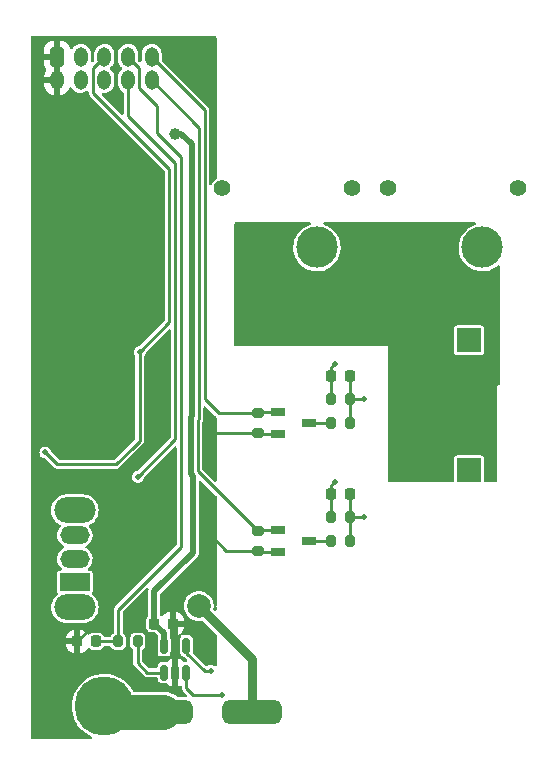
<source format=gbr>
G04 #@! TF.GenerationSoftware,KiCad,Pcbnew,(6.0.5)*
G04 #@! TF.CreationDate,2022-07-13T00:10:43+09:00*
G04 #@! TF.ProjectId,ORION_power_v1,4f52494f-4e5f-4706-9f77-65725f76312e,rev?*
G04 #@! TF.SameCoordinates,Original*
G04 #@! TF.FileFunction,Copper,L1,Top*
G04 #@! TF.FilePolarity,Positive*
%FSLAX46Y46*%
G04 Gerber Fmt 4.6, Leading zero omitted, Abs format (unit mm)*
G04 Created by KiCad (PCBNEW (6.0.5)) date 2022-07-13 00:10:43*
%MOMM*%
%LPD*%
G01*
G04 APERTURE LIST*
G04 Aperture macros list*
%AMRoundRect*
0 Rectangle with rounded corners*
0 $1 Rounding radius*
0 $2 $3 $4 $5 $6 $7 $8 $9 X,Y pos of 4 corners*
0 Add a 4 corners polygon primitive as box body*
4,1,4,$2,$3,$4,$5,$6,$7,$8,$9,$2,$3,0*
0 Add four circle primitives for the rounded corners*
1,1,$1+$1,$2,$3*
1,1,$1+$1,$4,$5*
1,1,$1+$1,$6,$7*
1,1,$1+$1,$8,$9*
0 Add four rect primitives between the rounded corners*
20,1,$1+$1,$2,$3,$4,$5,0*
20,1,$1+$1,$4,$5,$6,$7,0*
20,1,$1+$1,$6,$7,$8,$9,0*
20,1,$1+$1,$8,$9,$2,$3,0*%
G04 Aperture macros list end*
G04 #@! TA.AperFunction,ComponentPad*
%ADD10C,5.000000*%
G04 #@! TD*
G04 #@! TA.AperFunction,ComponentPad*
%ADD11RoundRect,0.250000X-0.350000X-0.575000X0.350000X-0.575000X0.350000X0.575000X-0.350000X0.575000X0*%
G04 #@! TD*
G04 #@! TA.AperFunction,ComponentPad*
%ADD12O,1.200000X1.650000*%
G04 #@! TD*
G04 #@! TA.AperFunction,SMDPad,CuDef*
%ADD13RoundRect,0.150000X0.150000X-0.512500X0.150000X0.512500X-0.150000X0.512500X-0.150000X-0.512500X0*%
G04 #@! TD*
G04 #@! TA.AperFunction,SMDPad,CuDef*
%ADD14RoundRect,0.200000X0.275000X-0.200000X0.275000X0.200000X-0.275000X0.200000X-0.275000X-0.200000X0*%
G04 #@! TD*
G04 #@! TA.AperFunction,ComponentPad*
%ADD15C,1.400000*%
G04 #@! TD*
G04 #@! TA.AperFunction,ComponentPad*
%ADD16R,3.500000X3.500000*%
G04 #@! TD*
G04 #@! TA.AperFunction,ComponentPad*
%ADD17C,3.500000*%
G04 #@! TD*
G04 #@! TA.AperFunction,SMDPad,CuDef*
%ADD18R,1.220000X0.650000*%
G04 #@! TD*
G04 #@! TA.AperFunction,SMDPad,CuDef*
%ADD19RoundRect,0.218750X-0.218750X-0.256250X0.218750X-0.256250X0.218750X0.256250X-0.218750X0.256250X0*%
G04 #@! TD*
G04 #@! TA.AperFunction,SMDPad,CuDef*
%ADD20RoundRect,0.200000X0.200000X0.275000X-0.200000X0.275000X-0.200000X-0.275000X0.200000X-0.275000X0*%
G04 #@! TD*
G04 #@! TA.AperFunction,SMDPad,CuDef*
%ADD21RoundRect,0.225000X0.225000X0.250000X-0.225000X0.250000X-0.225000X-0.250000X0.225000X-0.250000X0*%
G04 #@! TD*
G04 #@! TA.AperFunction,SMDPad,CuDef*
%ADD22RoundRect,0.200000X-0.200000X-0.275000X0.200000X-0.275000X0.200000X0.275000X-0.200000X0.275000X0*%
G04 #@! TD*
G04 #@! TA.AperFunction,SMDPad,CuDef*
%ADD23RoundRect,0.218750X0.218750X0.256250X-0.218750X0.256250X-0.218750X-0.256250X0.218750X-0.256250X0*%
G04 #@! TD*
G04 #@! TA.AperFunction,ComponentPad*
%ADD24R,2.000000X2.000000*%
G04 #@! TD*
G04 #@! TA.AperFunction,ComponentPad*
%ADD25C,2.000000*%
G04 #@! TD*
G04 #@! TA.AperFunction,ComponentPad*
%ADD26O,3.500000X2.200000*%
G04 #@! TD*
G04 #@! TA.AperFunction,ComponentPad*
%ADD27R,2.500000X1.500000*%
G04 #@! TD*
G04 #@! TA.AperFunction,ComponentPad*
%ADD28O,2.500000X1.500000*%
G04 #@! TD*
G04 #@! TA.AperFunction,ComponentPad*
%ADD29RoundRect,0.500000X2.000000X0.500000X-2.000000X0.500000X-2.000000X-0.500000X2.000000X-0.500000X0*%
G04 #@! TD*
G04 #@! TA.AperFunction,ViaPad*
%ADD30C,1.000000*%
G04 #@! TD*
G04 #@! TA.AperFunction,ViaPad*
%ADD31C,0.500000*%
G04 #@! TD*
G04 #@! TA.AperFunction,ViaPad*
%ADD32C,2.000000*%
G04 #@! TD*
G04 #@! TA.AperFunction,Conductor*
%ADD33C,0.250000*%
G04 #@! TD*
G04 #@! TA.AperFunction,Conductor*
%ADD34C,0.500000*%
G04 #@! TD*
G04 #@! TA.AperFunction,Conductor*
%ADD35C,0.800000*%
G04 #@! TD*
G04 #@! TA.AperFunction,Conductor*
%ADD36C,3.000000*%
G04 #@! TD*
G04 APERTURE END LIST*
D10*
X51500000Y-92000000D03*
D11*
X47500000Y-37000000D03*
D12*
X47500000Y-39000000D03*
X49500000Y-37000000D03*
X49500000Y-39000000D03*
X51500000Y-37000000D03*
X51500000Y-39000000D03*
X53500000Y-37000000D03*
X53500000Y-39000000D03*
X55500000Y-37000000D03*
X55500000Y-39000000D03*
D13*
X56550000Y-89137500D03*
X57500000Y-89137500D03*
X58450000Y-89137500D03*
X58450000Y-86862500D03*
X56550000Y-86862500D03*
D14*
X64500000Y-78825000D03*
X64500000Y-77175000D03*
D15*
X72500000Y-48150000D03*
X61500000Y-48150000D03*
D16*
X64500000Y-53150000D03*
D17*
X69500000Y-53150000D03*
D18*
X66190000Y-67050000D03*
X66190000Y-68950000D03*
X68810000Y-68000000D03*
D19*
X70712500Y-74000000D03*
X72287500Y-74000000D03*
D18*
X66190000Y-77050000D03*
X66190000Y-78950000D03*
X68810000Y-78000000D03*
D20*
X72325000Y-76000000D03*
X70675000Y-76000000D03*
D14*
X64500000Y-68825000D03*
X64500000Y-67175000D03*
D20*
X72325000Y-66000000D03*
X70675000Y-66000000D03*
D21*
X57275000Y-85000000D03*
X55725000Y-85000000D03*
D22*
X70675000Y-78000000D03*
X72325000Y-78000000D03*
D10*
X68000000Y-59000000D03*
D23*
X50787500Y-86500000D03*
X49212500Y-86500000D03*
D22*
X70675000Y-68000000D03*
X72325000Y-68000000D03*
D20*
X54325000Y-86500000D03*
X52675000Y-86500000D03*
D24*
X82367677Y-72000000D03*
D25*
X77367677Y-72000000D03*
D15*
X75500000Y-48150000D03*
X86500000Y-48150000D03*
D16*
X78500000Y-53150000D03*
D17*
X83500000Y-53150000D03*
D24*
X82367677Y-61000000D03*
D25*
X77367677Y-61000000D03*
D26*
X49000000Y-83600000D03*
X49000000Y-75400000D03*
D27*
X49000000Y-81500000D03*
D28*
X49000000Y-79500000D03*
X49000000Y-77500000D03*
D19*
X70712500Y-64000000D03*
X72287500Y-64000000D03*
D29*
X64000000Y-92500000D03*
X56500000Y-92500000D03*
D30*
X57500000Y-43500000D03*
D31*
X46000000Y-47500000D03*
X57000000Y-83000000D03*
X46000000Y-45500000D03*
X46000000Y-46500000D03*
X55000000Y-49500000D03*
X46000000Y-49500000D03*
X55000000Y-47500000D03*
X46000000Y-50500000D03*
X46000000Y-64500000D03*
X49500000Y-62500000D03*
X48500000Y-61500000D03*
X50000000Y-57500000D03*
X49500000Y-61500000D03*
X55000000Y-48500000D03*
X46000000Y-48500000D03*
X53500000Y-68500000D03*
X48500000Y-62500000D03*
X50500000Y-61500000D03*
X52000000Y-84500000D03*
X49500000Y-60500000D03*
X55000000Y-50500000D03*
X46000000Y-51500000D03*
X46000000Y-52500000D03*
X50500000Y-56275000D03*
X50500000Y-62500000D03*
X55000000Y-52000000D03*
X46000000Y-53500000D03*
X47500000Y-61500000D03*
X47500000Y-62500000D03*
X55000000Y-46500000D03*
X47500000Y-60500000D03*
X46000000Y-63500000D03*
X53500000Y-66500000D03*
X50500000Y-60500000D03*
X60000000Y-77000000D03*
X46000000Y-68500000D03*
X46000000Y-69500000D03*
X48500000Y-60500000D03*
X55000000Y-45500000D03*
X60000000Y-68000000D03*
X53500000Y-67500000D03*
X54325000Y-72575000D03*
X73500000Y-76000000D03*
D32*
X59500000Y-83500000D03*
D31*
X61500000Y-91000000D03*
X71000000Y-73000000D03*
X71000000Y-63000000D03*
X60500000Y-89000000D03*
X73500000Y-66000000D03*
X54500000Y-62000000D03*
X46500000Y-70500000D03*
D33*
X52675000Y-83825000D02*
X58000000Y-78500000D01*
X52675000Y-86500000D02*
X52675000Y-83825000D01*
D34*
X57500000Y-43500000D02*
X58000000Y-43500000D01*
X59000000Y-72487494D02*
X59000000Y-79000000D01*
X58925480Y-44425480D02*
X58925480Y-67449545D01*
X56550000Y-86862500D02*
X56550000Y-85825000D01*
X55725000Y-82275000D02*
X55725000Y-85000000D01*
X58850969Y-72338463D02*
X59000000Y-72487494D01*
X59000000Y-79000000D02*
X55725000Y-82275000D01*
X58000000Y-43500000D02*
X58925480Y-44425480D01*
X56550000Y-85825000D02*
X55725000Y-85000000D01*
X58925480Y-67449545D02*
X58850969Y-67524056D01*
X58850969Y-67524056D02*
X58850969Y-72338463D01*
D33*
X57275000Y-85000000D02*
X57275000Y-83275000D01*
X64625000Y-68950000D02*
X64500000Y-68825000D01*
D34*
X57500000Y-85225000D02*
X57275000Y-85000000D01*
D33*
X64500000Y-78825000D02*
X61825000Y-78825000D01*
D34*
X57500000Y-89137500D02*
X57500000Y-85225000D01*
D33*
X64625000Y-78950000D02*
X64500000Y-78825000D01*
X66190000Y-68950000D02*
X64625000Y-68950000D01*
X61825000Y-78825000D02*
X60000000Y-77000000D01*
X60825000Y-68825000D02*
X64500000Y-68825000D01*
X66190000Y-78950000D02*
X64625000Y-78950000D01*
X57275000Y-83275000D02*
X57000000Y-83000000D01*
X49212500Y-86500000D02*
X51212500Y-84500000D01*
X60000000Y-68000000D02*
X60825000Y-68825000D01*
X51212500Y-84500000D02*
X52000000Y-84500000D01*
X53500000Y-42000000D02*
X57500000Y-46000000D01*
X57500000Y-69400000D02*
X54325000Y-72575000D01*
X53500000Y-39000000D02*
X53500000Y-42000000D01*
X57500000Y-46000000D02*
X57500000Y-69400000D01*
X60000000Y-66000000D02*
X61175000Y-67175000D01*
X61175000Y-67175000D02*
X64500000Y-67175000D01*
X66190000Y-67050000D02*
X64625000Y-67050000D01*
X60000000Y-41500000D02*
X60000000Y-66000000D01*
X64625000Y-67050000D02*
X64500000Y-67175000D01*
X55500000Y-37000000D02*
X60000000Y-41500000D01*
X59500000Y-43000000D02*
X59500000Y-67687518D01*
X64625000Y-77050000D02*
X64500000Y-77175000D01*
X66190000Y-77050000D02*
X64625000Y-77050000D01*
X59500000Y-67687518D02*
X59425489Y-67762029D01*
X59425489Y-72100489D02*
X64500000Y-77175000D01*
X59425489Y-67762029D02*
X59425489Y-72100489D01*
X55500000Y-39000000D02*
X59500000Y-43000000D01*
X72287500Y-75962500D02*
X72325000Y-76000000D01*
X72287500Y-74000000D02*
X72287500Y-75962500D01*
X72325000Y-78000000D02*
X72325000Y-76000000D01*
X73500000Y-76000000D02*
X72325000Y-76000000D01*
X55137500Y-89137500D02*
X56550000Y-89137500D01*
X54325000Y-86500000D02*
X54325000Y-88325000D01*
X54325000Y-88325000D02*
X55137500Y-89137500D01*
D35*
X59500000Y-83500000D02*
X64000000Y-88000000D01*
D33*
X58450000Y-89137500D02*
X58450000Y-90450000D01*
D35*
X64000000Y-88000000D02*
X64000000Y-92500000D01*
D33*
X58450000Y-90450000D02*
X59000000Y-91000000D01*
X59000000Y-91000000D02*
X61500000Y-91000000D01*
X60000000Y-89000000D02*
X60500000Y-89000000D01*
X70712500Y-73287500D02*
X71000000Y-73000000D01*
X70712500Y-64000000D02*
X70712500Y-63287500D01*
X70712500Y-64000000D02*
X70712500Y-65962500D01*
X70712500Y-74000000D02*
X70712500Y-75962500D01*
X58450000Y-87450000D02*
X60000000Y-89000000D01*
X70712500Y-63287500D02*
X71000000Y-63000000D01*
X70712500Y-75962500D02*
X70675000Y-76000000D01*
X70712500Y-65962500D02*
X70675000Y-66000000D01*
X58450000Y-86862500D02*
X58450000Y-87450000D01*
X70712500Y-74000000D02*
X70712500Y-73287500D01*
X72325000Y-68000000D02*
X72325000Y-66000000D01*
X73500000Y-66000000D02*
X72325000Y-66000000D01*
X72287500Y-65962500D02*
X72325000Y-66000000D01*
X72287500Y-64000000D02*
X72287500Y-65962500D01*
X55925489Y-41175489D02*
X54424520Y-39674520D01*
X55925489Y-43425489D02*
X55925489Y-41175489D01*
X58000000Y-78500000D02*
X58000000Y-45500000D01*
X50787500Y-86500000D02*
X52675000Y-86500000D01*
X54424520Y-37924520D02*
X53500000Y-37000000D01*
X58000000Y-45500000D02*
X55925489Y-43425489D01*
X54424520Y-39674520D02*
X54424520Y-37924520D01*
X51500000Y-37000000D02*
X50575480Y-37924520D01*
X54000000Y-70000000D02*
X54500000Y-69500000D01*
X50500000Y-71500000D02*
X52500000Y-71500000D01*
X54500000Y-69500000D02*
X54500000Y-62000000D01*
X47500000Y-71500000D02*
X50500000Y-71500000D01*
X52500000Y-71500000D02*
X54000000Y-70000000D01*
X50575480Y-37924520D02*
X50575480Y-40075480D01*
X57000000Y-59500000D02*
X54500000Y-62000000D01*
X50575480Y-40075480D02*
X57000000Y-46500000D01*
X46500000Y-70500000D02*
X47500000Y-71500000D01*
X57000000Y-46500000D02*
X57000000Y-59500000D01*
X68810000Y-68000000D02*
X70675000Y-68000000D01*
X68810000Y-78000000D02*
X70675000Y-78000000D01*
D36*
X52000000Y-92500000D02*
X51500000Y-92000000D01*
X56500000Y-92500000D02*
X52000000Y-92500000D01*
G04 #@! TA.AperFunction,Conductor*
G36*
X60942121Y-35270502D02*
G01*
X60988614Y-35324158D01*
X61000000Y-35376500D01*
X61000000Y-47271964D01*
X60979998Y-47340085D01*
X60952953Y-47370160D01*
X60831752Y-47467608D01*
X60711935Y-47610401D01*
X60708971Y-47615793D01*
X60708968Y-47615797D01*
X60705857Y-47621456D01*
X60622135Y-47773746D01*
X60620273Y-47779615D01*
X60617844Y-47785283D01*
X60615609Y-47784325D01*
X60581935Y-47834313D01*
X60516732Y-47862403D01*
X60446692Y-47850782D01*
X60394054Y-47803141D01*
X60375500Y-47737327D01*
X60375500Y-41553496D01*
X60377979Y-41530199D01*
X60378077Y-41528114D01*
X60380269Y-41517934D01*
X60376373Y-41485016D01*
X60376029Y-41479179D01*
X60375928Y-41479187D01*
X60375500Y-41474008D01*
X60375500Y-41468807D01*
X60372372Y-41450013D01*
X60371535Y-41444137D01*
X60366800Y-41404133D01*
X60365576Y-41393790D01*
X60361654Y-41385623D01*
X60360167Y-41376687D01*
X60355223Y-41367525D01*
X60355222Y-41367521D01*
X60336094Y-41332071D01*
X60333398Y-41326780D01*
X60314897Y-41288251D01*
X60314896Y-41288250D01*
X60311463Y-41281100D01*
X60307906Y-41276869D01*
X60305974Y-41274937D01*
X60304255Y-41273063D01*
X60304181Y-41272926D01*
X60304291Y-41272826D01*
X60303868Y-41272346D01*
X60300806Y-41266671D01*
X60261632Y-41230459D01*
X60258067Y-41227030D01*
X56387405Y-37356368D01*
X56353379Y-37294056D01*
X56350500Y-37267273D01*
X56350500Y-36728836D01*
X56335558Y-36591291D01*
X56276617Y-36416152D01*
X56181443Y-36257756D01*
X56176751Y-36252794D01*
X56059165Y-36128451D01*
X56059163Y-36128449D01*
X56054476Y-36123493D01*
X55901640Y-36019625D01*
X55895306Y-36017092D01*
X55895303Y-36017090D01*
X55736402Y-35953534D01*
X55736397Y-35953533D01*
X55730065Y-35951000D01*
X55638311Y-35935810D01*
X55554494Y-35921934D01*
X55554490Y-35921934D01*
X55547756Y-35920819D01*
X55540939Y-35921176D01*
X55540935Y-35921176D01*
X55385889Y-35929302D01*
X55363219Y-35930490D01*
X55356646Y-35932301D01*
X55356643Y-35932301D01*
X55279558Y-35953534D01*
X55185064Y-35979562D01*
X55021602Y-36065746D01*
X54880460Y-36185020D01*
X54876313Y-36190444D01*
X54876312Y-36190445D01*
X54772367Y-36326399D01*
X54772364Y-36326403D01*
X54768223Y-36331820D01*
X54765341Y-36338000D01*
X54765340Y-36338002D01*
X54749749Y-36371438D01*
X54690127Y-36499297D01*
X54688642Y-36505942D01*
X54688640Y-36505947D01*
X54657365Y-36645871D01*
X54649817Y-36679637D01*
X54649500Y-36685307D01*
X54649500Y-37271164D01*
X54649869Y-37274558D01*
X54649869Y-37274563D01*
X54653185Y-37305088D01*
X54640657Y-37374970D01*
X54592336Y-37426986D01*
X54523564Y-37444620D01*
X54456176Y-37422273D01*
X54438827Y-37407790D01*
X54387405Y-37356368D01*
X54353379Y-37294056D01*
X54350500Y-37267273D01*
X54350500Y-36728836D01*
X54335558Y-36591291D01*
X54276617Y-36416152D01*
X54181443Y-36257756D01*
X54176751Y-36252794D01*
X54059165Y-36128451D01*
X54059163Y-36128449D01*
X54054476Y-36123493D01*
X53901640Y-36019625D01*
X53895306Y-36017092D01*
X53895303Y-36017090D01*
X53736402Y-35953534D01*
X53736397Y-35953533D01*
X53730065Y-35951000D01*
X53638311Y-35935810D01*
X53554494Y-35921934D01*
X53554490Y-35921934D01*
X53547756Y-35920819D01*
X53540939Y-35921176D01*
X53540935Y-35921176D01*
X53385889Y-35929302D01*
X53363219Y-35930490D01*
X53356646Y-35932301D01*
X53356643Y-35932301D01*
X53279558Y-35953534D01*
X53185064Y-35979562D01*
X53021602Y-36065746D01*
X52880460Y-36185020D01*
X52876313Y-36190444D01*
X52876312Y-36190445D01*
X52772367Y-36326399D01*
X52772364Y-36326403D01*
X52768223Y-36331820D01*
X52765341Y-36338000D01*
X52765340Y-36338002D01*
X52749749Y-36371438D01*
X52690127Y-36499297D01*
X52688642Y-36505942D01*
X52688640Y-36505947D01*
X52657365Y-36645871D01*
X52649817Y-36679637D01*
X52649500Y-36685307D01*
X52649500Y-37271164D01*
X52664442Y-37408709D01*
X52723383Y-37583848D01*
X52818557Y-37742244D01*
X52823248Y-37747204D01*
X52823249Y-37747206D01*
X52938883Y-37869484D01*
X52945524Y-37876507D01*
X52951165Y-37880341D01*
X52951169Y-37880344D01*
X52974516Y-37896211D01*
X53019614Y-37951045D01*
X53027907Y-38021555D01*
X52996763Y-38085356D01*
X52985020Y-38096660D01*
X52941826Y-38133162D01*
X52880460Y-38185020D01*
X52876313Y-38190444D01*
X52876312Y-38190445D01*
X52772367Y-38326399D01*
X52772364Y-38326403D01*
X52768223Y-38331820D01*
X52765341Y-38338000D01*
X52765340Y-38338002D01*
X52724015Y-38426625D01*
X52690127Y-38499297D01*
X52688642Y-38505942D01*
X52688640Y-38505947D01*
X52662023Y-38625030D01*
X52649817Y-38679637D01*
X52649500Y-38685307D01*
X52649500Y-39271164D01*
X52664442Y-39408709D01*
X52723383Y-39583848D01*
X52818557Y-39742244D01*
X52823248Y-39747204D01*
X52823249Y-39747206D01*
X52912553Y-39841641D01*
X52945524Y-39876507D01*
X53068686Y-39960208D01*
X53069323Y-39960641D01*
X53114421Y-40015474D01*
X53124500Y-40064853D01*
X53124500Y-41789273D01*
X53104498Y-41857394D01*
X53050842Y-41903887D01*
X52980568Y-41913991D01*
X52915988Y-41884497D01*
X52909405Y-41878368D01*
X51319862Y-40288825D01*
X51285836Y-40226513D01*
X51290901Y-40155698D01*
X51333448Y-40098862D01*
X51399968Y-40074051D01*
X51429535Y-40075422D01*
X51440497Y-40077236D01*
X51452244Y-40079181D01*
X51459061Y-40078824D01*
X51459065Y-40078824D01*
X51614111Y-40070698D01*
X51636781Y-40069510D01*
X51643354Y-40067699D01*
X51643357Y-40067699D01*
X51808354Y-40022251D01*
X51814936Y-40020438D01*
X51978398Y-39934254D01*
X52119540Y-39814980D01*
X52123688Y-39809555D01*
X52227633Y-39673601D01*
X52227636Y-39673597D01*
X52231777Y-39668180D01*
X52248369Y-39632599D01*
X52306993Y-39506880D01*
X52306994Y-39506877D01*
X52309873Y-39500703D01*
X52311358Y-39494058D01*
X52311360Y-39494053D01*
X52349057Y-39325400D01*
X52350183Y-39320363D01*
X52350500Y-39314693D01*
X52350500Y-38728836D01*
X52335558Y-38591291D01*
X52276617Y-38416152D01*
X52181443Y-38257756D01*
X52176751Y-38252794D01*
X52059165Y-38128451D01*
X52059163Y-38128449D01*
X52054476Y-38123493D01*
X52048835Y-38119659D01*
X52048831Y-38119656D01*
X52025484Y-38103789D01*
X51980386Y-38048955D01*
X51972093Y-37978445D01*
X52003237Y-37914644D01*
X52014980Y-37903340D01*
X52114326Y-37819386D01*
X52119540Y-37814980D01*
X52124538Y-37808443D01*
X52227633Y-37673601D01*
X52227636Y-37673597D01*
X52231777Y-37668180D01*
X52309873Y-37500703D01*
X52311358Y-37494058D01*
X52311360Y-37494053D01*
X52349057Y-37325400D01*
X52350183Y-37320363D01*
X52350500Y-37314693D01*
X52350500Y-36728836D01*
X52335558Y-36591291D01*
X52276617Y-36416152D01*
X52181443Y-36257756D01*
X52176751Y-36252794D01*
X52059165Y-36128451D01*
X52059163Y-36128449D01*
X52054476Y-36123493D01*
X51901640Y-36019625D01*
X51895306Y-36017092D01*
X51895303Y-36017090D01*
X51736402Y-35953534D01*
X51736397Y-35953533D01*
X51730065Y-35951000D01*
X51638311Y-35935810D01*
X51554494Y-35921934D01*
X51554490Y-35921934D01*
X51547756Y-35920819D01*
X51540939Y-35921176D01*
X51540935Y-35921176D01*
X51385889Y-35929302D01*
X51363219Y-35930490D01*
X51356646Y-35932301D01*
X51356643Y-35932301D01*
X51279558Y-35953534D01*
X51185064Y-35979562D01*
X51021602Y-36065746D01*
X50880460Y-36185020D01*
X50876313Y-36190444D01*
X50876312Y-36190445D01*
X50772367Y-36326399D01*
X50772364Y-36326403D01*
X50768223Y-36331820D01*
X50765341Y-36338000D01*
X50765340Y-36338002D01*
X50749749Y-36371438D01*
X50690127Y-36499297D01*
X50688642Y-36505942D01*
X50688640Y-36505947D01*
X50657365Y-36645871D01*
X50649817Y-36679637D01*
X50649500Y-36685307D01*
X50649500Y-37267273D01*
X50629498Y-37335394D01*
X50612595Y-37356368D01*
X50565595Y-37403368D01*
X50503283Y-37437394D01*
X50432468Y-37432329D01*
X50375632Y-37389782D01*
X50350821Y-37323262D01*
X50350500Y-37314273D01*
X50350500Y-36728836D01*
X50335558Y-36591291D01*
X50276617Y-36416152D01*
X50181443Y-36257756D01*
X50176751Y-36252794D01*
X50059165Y-36128451D01*
X50059163Y-36128449D01*
X50054476Y-36123493D01*
X49901640Y-36019625D01*
X49895306Y-36017092D01*
X49895303Y-36017090D01*
X49736402Y-35953534D01*
X49736397Y-35953533D01*
X49730065Y-35951000D01*
X49638311Y-35935810D01*
X49554494Y-35921934D01*
X49554490Y-35921934D01*
X49547756Y-35920819D01*
X49540939Y-35921176D01*
X49540935Y-35921176D01*
X49385889Y-35929302D01*
X49363219Y-35930490D01*
X49356646Y-35932301D01*
X49356643Y-35932301D01*
X49279558Y-35953534D01*
X49185064Y-35979562D01*
X49021602Y-36065746D01*
X48880460Y-36185020D01*
X48876313Y-36190444D01*
X48876312Y-36190445D01*
X48808032Y-36279752D01*
X48750767Y-36321720D01*
X48679904Y-36326065D01*
X48617940Y-36291409D01*
X48588412Y-36243099D01*
X48543412Y-36108216D01*
X48537239Y-36095038D01*
X48451937Y-35957193D01*
X48442901Y-35945792D01*
X48328171Y-35831261D01*
X48316760Y-35822249D01*
X48178757Y-35737184D01*
X48165576Y-35731037D01*
X48011290Y-35679862D01*
X47997914Y-35676995D01*
X47903562Y-35667328D01*
X47897145Y-35667000D01*
X47772115Y-35667000D01*
X47756876Y-35671475D01*
X47755671Y-35672865D01*
X47754000Y-35680548D01*
X47754000Y-40285402D01*
X47757973Y-40298933D01*
X47767399Y-40300288D01*
X47856537Y-40278806D01*
X47867832Y-40274917D01*
X48049382Y-40192371D01*
X48059724Y-40186424D01*
X48222397Y-40071032D01*
X48231425Y-40063239D01*
X48369342Y-39919169D01*
X48376738Y-39909804D01*
X48484921Y-39742259D01*
X48490415Y-39731658D01*
X48525029Y-39645772D01*
X48569045Y-39590066D01*
X48636190Y-39567000D01*
X48705146Y-39583897D01*
X48749898Y-39627976D01*
X48818557Y-39742244D01*
X48823248Y-39747204D01*
X48823249Y-39747206D01*
X48912553Y-39841641D01*
X48945524Y-39876507D01*
X49098360Y-39980375D01*
X49104694Y-39982908D01*
X49104697Y-39982910D01*
X49263598Y-40046466D01*
X49263603Y-40046467D01*
X49269935Y-40049000D01*
X49355946Y-40063239D01*
X49445506Y-40078066D01*
X49445510Y-40078066D01*
X49452244Y-40079181D01*
X49459061Y-40078824D01*
X49459065Y-40078824D01*
X49614111Y-40070698D01*
X49636781Y-40069510D01*
X49643354Y-40067699D01*
X49643357Y-40067699D01*
X49808354Y-40022251D01*
X49814936Y-40020438D01*
X49978398Y-39934254D01*
X49983611Y-39929849D01*
X49983615Y-39929846D01*
X49992651Y-39922209D01*
X50057591Y-39893516D01*
X50127735Y-39904488D01*
X50180812Y-39951640D01*
X50199980Y-40018446D01*
X50199980Y-40021984D01*
X50197501Y-40045281D01*
X50197403Y-40047366D01*
X50195211Y-40057546D01*
X50197772Y-40079181D01*
X50199107Y-40090464D01*
X50199451Y-40096301D01*
X50199552Y-40096293D01*
X50199980Y-40101472D01*
X50199980Y-40106673D01*
X50200834Y-40111801D01*
X50200834Y-40111807D01*
X50203108Y-40125467D01*
X50203945Y-40131343D01*
X50209904Y-40181690D01*
X50213826Y-40189857D01*
X50215313Y-40198793D01*
X50220257Y-40207955D01*
X50220258Y-40207959D01*
X50239386Y-40243409D01*
X50242082Y-40248700D01*
X50258491Y-40282872D01*
X50264017Y-40294380D01*
X50267574Y-40298611D01*
X50269506Y-40300543D01*
X50271225Y-40302417D01*
X50271299Y-40302554D01*
X50271189Y-40302654D01*
X50271612Y-40303134D01*
X50274674Y-40308809D01*
X50282321Y-40315878D01*
X50282322Y-40315879D01*
X50313847Y-40345020D01*
X50317413Y-40348450D01*
X56587595Y-46618632D01*
X56621621Y-46680944D01*
X56624500Y-46707727D01*
X56624500Y-59292273D01*
X56604498Y-59360394D01*
X56587595Y-59381368D01*
X54504548Y-61464415D01*
X54442236Y-61498441D01*
X54438650Y-61499075D01*
X54431376Y-61499031D01*
X54293529Y-61538428D01*
X54172280Y-61614930D01*
X54077377Y-61722388D01*
X54016447Y-61852163D01*
X53994391Y-61993823D01*
X54012980Y-62135979D01*
X54070720Y-62267203D01*
X54094952Y-62296031D01*
X54123472Y-62361044D01*
X54124500Y-62377104D01*
X54124500Y-69292273D01*
X54104498Y-69360394D01*
X54087595Y-69381368D01*
X52381368Y-71087595D01*
X52319056Y-71121621D01*
X52292273Y-71124500D01*
X47707727Y-71124500D01*
X47639606Y-71104498D01*
X47618632Y-71087595D01*
X47031084Y-70500047D01*
X46997058Y-70437735D01*
X46995457Y-70428847D01*
X46985323Y-70358082D01*
X46925984Y-70227572D01*
X46907598Y-70206234D01*
X46838260Y-70125763D01*
X46838257Y-70125760D01*
X46832400Y-70118963D01*
X46712095Y-70040985D01*
X46574739Y-69999907D01*
X46565763Y-69999852D01*
X46565762Y-69999852D01*
X46505555Y-69999484D01*
X46431376Y-69999031D01*
X46293529Y-70038428D01*
X46172280Y-70114930D01*
X46077377Y-70222388D01*
X46016447Y-70352163D01*
X45994391Y-70493823D01*
X46012980Y-70635979D01*
X46070720Y-70767203D01*
X46162970Y-70876948D01*
X46282313Y-70956390D01*
X46419157Y-70999142D01*
X46428132Y-70999307D01*
X46435853Y-71000557D01*
X46504804Y-71035841D01*
X47196657Y-71727695D01*
X47211364Y-71745906D01*
X47212779Y-71747461D01*
X47218428Y-71756210D01*
X47226608Y-71762658D01*
X47226610Y-71762661D01*
X47244461Y-71776734D01*
X47248835Y-71780621D01*
X47248901Y-71780543D01*
X47252860Y-71783898D01*
X47256538Y-71787576D01*
X47260762Y-71790595D01*
X47260771Y-71790602D01*
X47272074Y-71798679D01*
X47276820Y-71802243D01*
X47284004Y-71807906D01*
X47316600Y-71833603D01*
X47325148Y-71836605D01*
X47332519Y-71841872D01*
X47342492Y-71844855D01*
X47342495Y-71844856D01*
X47381083Y-71856396D01*
X47386730Y-71858231D01*
X47427064Y-71872395D01*
X47427065Y-71872395D01*
X47434548Y-71875023D01*
X47440055Y-71875500D01*
X47442762Y-71875500D01*
X47445332Y-71875611D01*
X47445494Y-71875659D01*
X47445488Y-71875804D01*
X47446108Y-71875843D01*
X47452287Y-71877691D01*
X47505581Y-71875597D01*
X47510527Y-71875500D01*
X52446504Y-71875500D01*
X52469801Y-71877979D01*
X52471886Y-71878077D01*
X52482066Y-71880269D01*
X52514984Y-71876373D01*
X52520821Y-71876029D01*
X52520813Y-71875928D01*
X52525992Y-71875500D01*
X52531193Y-71875500D01*
X52536321Y-71874646D01*
X52536327Y-71874646D01*
X52549987Y-71872372D01*
X52555863Y-71871535D01*
X52560952Y-71870933D01*
X52606210Y-71865576D01*
X52614377Y-71861654D01*
X52623313Y-71860167D01*
X52632475Y-71855223D01*
X52632479Y-71855222D01*
X52667929Y-71836094D01*
X52673220Y-71833398D01*
X52711749Y-71814897D01*
X52711750Y-71814896D01*
X52718900Y-71811463D01*
X52723131Y-71807906D01*
X52725063Y-71805974D01*
X52726937Y-71804255D01*
X52727074Y-71804181D01*
X52727174Y-71804291D01*
X52727654Y-71803868D01*
X52733329Y-71800806D01*
X52742762Y-71790602D01*
X52769540Y-71761633D01*
X52772970Y-71758067D01*
X54727688Y-69803349D01*
X54745916Y-69788627D01*
X54747462Y-69787220D01*
X54756210Y-69781572D01*
X54762658Y-69773392D01*
X54762661Y-69773390D01*
X54776734Y-69755539D01*
X54780621Y-69751165D01*
X54780543Y-69751099D01*
X54783898Y-69747140D01*
X54787576Y-69743462D01*
X54790595Y-69739238D01*
X54790602Y-69739229D01*
X54798679Y-69727926D01*
X54802243Y-69723180D01*
X54827154Y-69691580D01*
X54833603Y-69683400D01*
X54836605Y-69674852D01*
X54841872Y-69667481D01*
X54856396Y-69618917D01*
X54858231Y-69613270D01*
X54872395Y-69572936D01*
X54872395Y-69572935D01*
X54875023Y-69565452D01*
X54875500Y-69559945D01*
X54875500Y-69557238D01*
X54875611Y-69554668D01*
X54875659Y-69554506D01*
X54875804Y-69554512D01*
X54875843Y-69553892D01*
X54877691Y-69547713D01*
X54875597Y-69494419D01*
X54875500Y-69489473D01*
X54875500Y-62379589D01*
X54895502Y-62311468D01*
X54908084Y-62295035D01*
X54909323Y-62293666D01*
X54919200Y-62282754D01*
X54926735Y-62267203D01*
X54977795Y-62161814D01*
X54977795Y-62161813D01*
X54981710Y-62153733D01*
X54996148Y-62067919D01*
X55031307Y-61999730D01*
X56909405Y-60121632D01*
X56971717Y-60087606D01*
X57042532Y-60092671D01*
X57099368Y-60135218D01*
X57124179Y-60201738D01*
X57124500Y-60210727D01*
X57124500Y-69192273D01*
X57104498Y-69260394D01*
X57087595Y-69281368D01*
X54329548Y-72039415D01*
X54267236Y-72073441D01*
X54263650Y-72074075D01*
X54256376Y-72074031D01*
X54118529Y-72113428D01*
X53997280Y-72189930D01*
X53902377Y-72297388D01*
X53841447Y-72427163D01*
X53819391Y-72568823D01*
X53820555Y-72577725D01*
X53820555Y-72577728D01*
X53823887Y-72603208D01*
X53837980Y-72710979D01*
X53895720Y-72842203D01*
X53901497Y-72849076D01*
X53901498Y-72849077D01*
X53908792Y-72857754D01*
X53987970Y-72951948D01*
X54107313Y-73031390D01*
X54244157Y-73074142D01*
X54253129Y-73074306D01*
X54253132Y-73074307D01*
X54318463Y-73075504D01*
X54387499Y-73076770D01*
X54396533Y-73074307D01*
X54517158Y-73041421D01*
X54517160Y-73041420D01*
X54525817Y-73039060D01*
X54647991Y-72964045D01*
X54667397Y-72942606D01*
X54738178Y-72864407D01*
X54744200Y-72857754D01*
X54806710Y-72728733D01*
X54821148Y-72642919D01*
X54856307Y-72574730D01*
X57409405Y-70021632D01*
X57471717Y-69987606D01*
X57542532Y-69992671D01*
X57599368Y-70035218D01*
X57624179Y-70101738D01*
X57624500Y-70110727D01*
X57624500Y-78292273D01*
X57604498Y-78360394D01*
X57587595Y-78381368D01*
X52447311Y-83521652D01*
X52429080Y-83536377D01*
X52427540Y-83537778D01*
X52418790Y-83543428D01*
X52412343Y-83551606D01*
X52398264Y-83569465D01*
X52394383Y-83573832D01*
X52394461Y-83573898D01*
X52391107Y-83577856D01*
X52387425Y-83581538D01*
X52376339Y-83597052D01*
X52372788Y-83601781D01*
X52341397Y-83641600D01*
X52338395Y-83650149D01*
X52333128Y-83657519D01*
X52330144Y-83667498D01*
X52318608Y-83706070D01*
X52316774Y-83711714D01*
X52302604Y-83752065D01*
X52302603Y-83752071D01*
X52299977Y-83759548D01*
X52299500Y-83765055D01*
X52299500Y-83767762D01*
X52299389Y-83770335D01*
X52299341Y-83770494D01*
X52299197Y-83770488D01*
X52299158Y-83771108D01*
X52297310Y-83777287D01*
X52297719Y-83787692D01*
X52299403Y-83830555D01*
X52299500Y-83835502D01*
X52299500Y-85730954D01*
X52279498Y-85799075D01*
X52248359Y-85832305D01*
X52160424Y-85897255D01*
X52160421Y-85897258D01*
X52152850Y-85902850D01*
X52147258Y-85910421D01*
X52077959Y-86004243D01*
X52077958Y-86004246D01*
X52072366Y-86011816D01*
X52069247Y-86020699D01*
X52069245Y-86020702D01*
X52062382Y-86040246D01*
X52020940Y-86097892D01*
X51954911Y-86123982D01*
X51943499Y-86124500D01*
X51550053Y-86124500D01*
X51481932Y-86104498D01*
X51435439Y-86050842D01*
X51432072Y-86042731D01*
X51425235Y-86024495D01*
X51425234Y-86024493D01*
X51422083Y-86016088D01*
X51341472Y-85908528D01*
X51307749Y-85883254D01*
X51241095Y-85833300D01*
X51241093Y-85833299D01*
X51233912Y-85827917D01*
X51183011Y-85808835D01*
X51115446Y-85783506D01*
X51115444Y-85783506D01*
X51108051Y-85780734D01*
X51100203Y-85779881D01*
X51100201Y-85779881D01*
X51054062Y-85774869D01*
X51050665Y-85774500D01*
X50787616Y-85774500D01*
X50524336Y-85774501D01*
X50466949Y-85780734D01*
X50341088Y-85827917D01*
X50333907Y-85833299D01*
X50333905Y-85833300D01*
X50237831Y-85905303D01*
X50171324Y-85930150D01*
X50101942Y-85915097D01*
X50055121Y-85870778D01*
X50008528Y-85795483D01*
X49999494Y-85784085D01*
X49889920Y-85674702D01*
X49878509Y-85665690D01*
X49746709Y-85584447D01*
X49733532Y-85578303D01*
X49586157Y-85529421D01*
X49572790Y-85526555D01*
X49483300Y-85517386D01*
X49469376Y-85521475D01*
X49468171Y-85522865D01*
X49466500Y-85530548D01*
X49466500Y-87464885D01*
X49470975Y-87480124D01*
X49472365Y-87481329D01*
X49479321Y-87482842D01*
X49482782Y-87482663D01*
X49574021Y-87473196D01*
X49587417Y-87470303D01*
X49734687Y-87421170D01*
X49747866Y-87414996D01*
X49879514Y-87333530D01*
X49890915Y-87324494D01*
X50000298Y-87214920D01*
X50009310Y-87203509D01*
X50054993Y-87129398D01*
X50107766Y-87081904D01*
X50177837Y-87070481D01*
X50237818Y-87094688D01*
X50333900Y-87166697D01*
X50333905Y-87166700D01*
X50341088Y-87172083D01*
X50349496Y-87175235D01*
X50459554Y-87216494D01*
X50459556Y-87216494D01*
X50466949Y-87219266D01*
X50474797Y-87220119D01*
X50474799Y-87220119D01*
X50520920Y-87225129D01*
X50524335Y-87225500D01*
X50787384Y-87225500D01*
X51050664Y-87225499D01*
X51108051Y-87219266D01*
X51233912Y-87172083D01*
X51341472Y-87091472D01*
X51422083Y-86983912D01*
X51425235Y-86975505D01*
X51432072Y-86957269D01*
X51474714Y-86900505D01*
X51541276Y-86875806D01*
X51550053Y-86875500D01*
X51943499Y-86875500D01*
X52011620Y-86895502D01*
X52058113Y-86949158D01*
X52062382Y-86959754D01*
X52069245Y-86979298D01*
X52069247Y-86979301D01*
X52072366Y-86988184D01*
X52077958Y-86995754D01*
X52077959Y-86995757D01*
X52125179Y-87059687D01*
X52152850Y-87097150D01*
X52160421Y-87102742D01*
X52254243Y-87172041D01*
X52254246Y-87172042D01*
X52261816Y-87177634D01*
X52389631Y-87222519D01*
X52397277Y-87223242D01*
X52397278Y-87223242D01*
X52403248Y-87223806D01*
X52421166Y-87225500D01*
X52928834Y-87225500D01*
X52946752Y-87223806D01*
X52952722Y-87223242D01*
X52952723Y-87223242D01*
X52960369Y-87222519D01*
X53088184Y-87177634D01*
X53095754Y-87172042D01*
X53095757Y-87172041D01*
X53189579Y-87102742D01*
X53197150Y-87097150D01*
X53224821Y-87059687D01*
X53272041Y-86995757D01*
X53272042Y-86995754D01*
X53277634Y-86988184D01*
X53322519Y-86860369D01*
X53325500Y-86828834D01*
X53674500Y-86828834D01*
X53677481Y-86860369D01*
X53722366Y-86988184D01*
X53727958Y-86995754D01*
X53727959Y-86995757D01*
X53775179Y-87059687D01*
X53802850Y-87097150D01*
X53810421Y-87102742D01*
X53810424Y-87102745D01*
X53898359Y-87167695D01*
X53941270Y-87224256D01*
X53949500Y-87269046D01*
X53949500Y-88271504D01*
X53947021Y-88294801D01*
X53946923Y-88296886D01*
X53944731Y-88307066D01*
X53945955Y-88317405D01*
X53948627Y-88339984D01*
X53948971Y-88345821D01*
X53949072Y-88345813D01*
X53949500Y-88350992D01*
X53949500Y-88356193D01*
X53950354Y-88361321D01*
X53950354Y-88361327D01*
X53952628Y-88374987D01*
X53953465Y-88380863D01*
X53959424Y-88431210D01*
X53963346Y-88439377D01*
X53964833Y-88448313D01*
X53969777Y-88457475D01*
X53969778Y-88457479D01*
X53988906Y-88492929D01*
X53991602Y-88498220D01*
X54009725Y-88535962D01*
X54013537Y-88543900D01*
X54017094Y-88548131D01*
X54019026Y-88550063D01*
X54020745Y-88551937D01*
X54020819Y-88552074D01*
X54020709Y-88552174D01*
X54021132Y-88552654D01*
X54024194Y-88558329D01*
X54031841Y-88565398D01*
X54031842Y-88565399D01*
X54063367Y-88594540D01*
X54066933Y-88597970D01*
X54834152Y-89365189D01*
X54848877Y-89383420D01*
X54850278Y-89384960D01*
X54855928Y-89393710D01*
X54864106Y-89400157D01*
X54881965Y-89414236D01*
X54886334Y-89418119D01*
X54886400Y-89418041D01*
X54890355Y-89421392D01*
X54894039Y-89425076D01*
X54898279Y-89428105D01*
X54898278Y-89428105D01*
X54909549Y-89436160D01*
X54914298Y-89439726D01*
X54945915Y-89464652D01*
X54945922Y-89464656D01*
X54954100Y-89471103D01*
X54962649Y-89474105D01*
X54970019Y-89479372D01*
X54980000Y-89482357D01*
X55018583Y-89493896D01*
X55024230Y-89495731D01*
X55064564Y-89509895D01*
X55064565Y-89509895D01*
X55072048Y-89512523D01*
X55077555Y-89513000D01*
X55080262Y-89513000D01*
X55082832Y-89513111D01*
X55082994Y-89513159D01*
X55082988Y-89513304D01*
X55083608Y-89513343D01*
X55089787Y-89515191D01*
X55143081Y-89513097D01*
X55148027Y-89513000D01*
X55873501Y-89513000D01*
X55941622Y-89533002D01*
X55988115Y-89586658D01*
X55999501Y-89639000D01*
X55999501Y-89681518D01*
X56000276Y-89686409D01*
X56000276Y-89686412D01*
X56008708Y-89739651D01*
X56014354Y-89775304D01*
X56071950Y-89888342D01*
X56161658Y-89978050D01*
X56274696Y-90035646D01*
X56284485Y-90037196D01*
X56284487Y-90037197D01*
X56311849Y-90041530D01*
X56368481Y-90050500D01*
X56549963Y-90050500D01*
X56731518Y-90050499D01*
X56744448Y-90048451D01*
X56814857Y-90057550D01*
X56853252Y-90083805D01*
X56937896Y-90168449D01*
X56950322Y-90178089D01*
X57079779Y-90254648D01*
X57094210Y-90260893D01*
X57228605Y-90299939D01*
X57242706Y-90299899D01*
X57246000Y-90292630D01*
X57246000Y-87988122D01*
X57242027Y-87974591D01*
X57234129Y-87973456D01*
X57094210Y-88014107D01*
X57079779Y-88020352D01*
X56950322Y-88096911D01*
X56937896Y-88106551D01*
X56853253Y-88191194D01*
X56790941Y-88225220D01*
X56744443Y-88226547D01*
X56736412Y-88225275D01*
X56731519Y-88224500D01*
X56550037Y-88224500D01*
X56368482Y-88224501D01*
X56363589Y-88225276D01*
X56363588Y-88225276D01*
X56284494Y-88237802D01*
X56284492Y-88237803D01*
X56274696Y-88239354D01*
X56161658Y-88296950D01*
X56071950Y-88386658D01*
X56014354Y-88499696D01*
X55999500Y-88593481D01*
X55999500Y-88636000D01*
X55979498Y-88704121D01*
X55925842Y-88750614D01*
X55873500Y-88762000D01*
X55345227Y-88762000D01*
X55277106Y-88741998D01*
X55256132Y-88725095D01*
X54737405Y-88206368D01*
X54703379Y-88144056D01*
X54700500Y-88117273D01*
X54700500Y-87269046D01*
X54720502Y-87200925D01*
X54751641Y-87167695D01*
X54839576Y-87102745D01*
X54839579Y-87102742D01*
X54847150Y-87097150D01*
X54874821Y-87059687D01*
X54922041Y-86995757D01*
X54922042Y-86995754D01*
X54927634Y-86988184D01*
X54972519Y-86860369D01*
X54975500Y-86828834D01*
X54975500Y-86171166D01*
X54972519Y-86139631D01*
X54927634Y-86011816D01*
X54922042Y-86004246D01*
X54922041Y-86004243D01*
X54852742Y-85910421D01*
X54847150Y-85902850D01*
X54820331Y-85883041D01*
X54745757Y-85827959D01*
X54745754Y-85827958D01*
X54738184Y-85822366D01*
X54610369Y-85777481D01*
X54602723Y-85776758D01*
X54602722Y-85776758D01*
X54596752Y-85776194D01*
X54578834Y-85774500D01*
X54071166Y-85774500D01*
X54053248Y-85776194D01*
X54047278Y-85776758D01*
X54047277Y-85776758D01*
X54039631Y-85777481D01*
X53911816Y-85822366D01*
X53904246Y-85827958D01*
X53904243Y-85827959D01*
X53829669Y-85883041D01*
X53802850Y-85902850D01*
X53797258Y-85910421D01*
X53727959Y-86004243D01*
X53727958Y-86004246D01*
X53722366Y-86011816D01*
X53677481Y-86139631D01*
X53674500Y-86171166D01*
X53674500Y-86828834D01*
X53325500Y-86828834D01*
X53325500Y-86171166D01*
X53322519Y-86139631D01*
X53277634Y-86011816D01*
X53272042Y-86004246D01*
X53272041Y-86004243D01*
X53202742Y-85910421D01*
X53197150Y-85902850D01*
X53189579Y-85897258D01*
X53189576Y-85897255D01*
X53101641Y-85832305D01*
X53058730Y-85775744D01*
X53050500Y-85730954D01*
X53050500Y-84032727D01*
X53070502Y-83964606D01*
X53087405Y-83943632D01*
X55034677Y-81996360D01*
X55096989Y-81962334D01*
X55167804Y-81967399D01*
X55224640Y-82009946D01*
X55249451Y-82076466D01*
X55244436Y-82120796D01*
X55241447Y-82127163D01*
X55240066Y-82136035D01*
X55238961Y-82139649D01*
X55235115Y-82154307D01*
X55234301Y-82158010D01*
X55231148Y-82166420D01*
X55227698Y-82212843D01*
X55226548Y-82222856D01*
X55224500Y-82236009D01*
X55224500Y-82251204D01*
X55224154Y-82260541D01*
X55220524Y-82309392D01*
X55222397Y-82318168D01*
X55223008Y-82327125D01*
X55223002Y-82327125D01*
X55224500Y-82341318D01*
X55224500Y-84299180D01*
X55204498Y-84367301D01*
X55174064Y-84400007D01*
X55167496Y-84404929D01*
X55167494Y-84404931D01*
X55160313Y-84410313D01*
X55154932Y-84417493D01*
X55154929Y-84417496D01*
X55121877Y-84461598D01*
X55078628Y-84519305D01*
X55030816Y-84646843D01*
X55029963Y-84654696D01*
X55029962Y-84654700D01*
X55024869Y-84701586D01*
X55024500Y-84704985D01*
X55024501Y-85295014D01*
X55030816Y-85353157D01*
X55078628Y-85480695D01*
X55160313Y-85589687D01*
X55269305Y-85671372D01*
X55396843Y-85719184D01*
X55404696Y-85720037D01*
X55404700Y-85720038D01*
X55451586Y-85725131D01*
X55451590Y-85725131D01*
X55454985Y-85725500D01*
X55472668Y-85725500D01*
X55690495Y-85725499D01*
X55758615Y-85745501D01*
X55779590Y-85762404D01*
X56012595Y-85995409D01*
X56046621Y-86057721D01*
X56049500Y-86084504D01*
X56049500Y-86125468D01*
X56035767Y-86182670D01*
X56014354Y-86224696D01*
X56012804Y-86234485D01*
X56012803Y-86234487D01*
X56011435Y-86243124D01*
X55999500Y-86318481D01*
X55999501Y-87406518D01*
X56000276Y-87411409D01*
X56000276Y-87411412D01*
X56011589Y-87482842D01*
X56014354Y-87500304D01*
X56071950Y-87613342D01*
X56161658Y-87703050D01*
X56274696Y-87760646D01*
X56284485Y-87762196D01*
X56284487Y-87762197D01*
X56311849Y-87766530D01*
X56368481Y-87775500D01*
X56549963Y-87775500D01*
X56731518Y-87775499D01*
X56736412Y-87774724D01*
X56815506Y-87762198D01*
X56815508Y-87762197D01*
X56825304Y-87760646D01*
X56938342Y-87703050D01*
X57028050Y-87613342D01*
X57085646Y-87500304D01*
X57088652Y-87481329D01*
X57098096Y-87421697D01*
X57100500Y-87406519D01*
X57100499Y-86318482D01*
X57089020Y-86246000D01*
X57087198Y-86234494D01*
X57087197Y-86234492D01*
X57085646Y-86224696D01*
X57064233Y-86182670D01*
X57050500Y-86125468D01*
X57050500Y-85895180D01*
X57051828Y-85883295D01*
X57051318Y-85883254D01*
X57052038Y-85874308D01*
X57054019Y-85865552D01*
X57050742Y-85812735D01*
X57050500Y-85804932D01*
X57050500Y-85789060D01*
X57049788Y-85784085D01*
X57049052Y-85778950D01*
X57048022Y-85768894D01*
X57045697Y-85731425D01*
X57045141Y-85722462D01*
X57042093Y-85714018D01*
X57041324Y-85710306D01*
X57037657Y-85695601D01*
X57036596Y-85691973D01*
X57035323Y-85683082D01*
X57031606Y-85674907D01*
X57029088Y-85666295D01*
X57030042Y-85666016D01*
X57021000Y-85624280D01*
X57021000Y-84727885D01*
X57529000Y-84727885D01*
X57533475Y-84743124D01*
X57534865Y-84744329D01*
X57542548Y-84746000D01*
X58214885Y-84746000D01*
X58230124Y-84741525D01*
X58231329Y-84740135D01*
X58233000Y-84732452D01*
X58233000Y-84704562D01*
X58232663Y-84698047D01*
X58223106Y-84605943D01*
X58220212Y-84592544D01*
X58170619Y-84443893D01*
X58164445Y-84430714D01*
X58082212Y-84297827D01*
X58073176Y-84286426D01*
X57962571Y-84176014D01*
X57951160Y-84167002D01*
X57818120Y-84084996D01*
X57804939Y-84078849D01*
X57656186Y-84029509D01*
X57642810Y-84026642D01*
X57551903Y-84017328D01*
X57546874Y-84017071D01*
X57531876Y-84021475D01*
X57530671Y-84022865D01*
X57529000Y-84030548D01*
X57529000Y-84727885D01*
X57021000Y-84727885D01*
X57021000Y-84035115D01*
X57016525Y-84019876D01*
X57015135Y-84018671D01*
X57007452Y-84017000D01*
X57004562Y-84017000D01*
X56998047Y-84017337D01*
X56905943Y-84026894D01*
X56892544Y-84029788D01*
X56743893Y-84079381D01*
X56730714Y-84085555D01*
X56597827Y-84167788D01*
X56586426Y-84176824D01*
X56476014Y-84287429D01*
X56467005Y-84298837D01*
X56458760Y-84312212D01*
X56405987Y-84359705D01*
X56335915Y-84371127D01*
X56270792Y-84342853D01*
X56231292Y-84283859D01*
X56225500Y-84246095D01*
X56225500Y-82534504D01*
X56245502Y-82466383D01*
X56262405Y-82445409D01*
X59304280Y-79403534D01*
X59313624Y-79396068D01*
X59313292Y-79395678D01*
X59320128Y-79389860D01*
X59327720Y-79385070D01*
X59362756Y-79345399D01*
X59368102Y-79339712D01*
X59379320Y-79328494D01*
X59382010Y-79324905D01*
X59385450Y-79320316D01*
X59391832Y-79312477D01*
X59416682Y-79284339D01*
X59422623Y-79277612D01*
X59426437Y-79269489D01*
X59428508Y-79266336D01*
X59436327Y-79253324D01*
X59438143Y-79250006D01*
X59443526Y-79242824D01*
X59459858Y-79199259D01*
X59463783Y-79189944D01*
X59483553Y-79147837D01*
X59484935Y-79138964D01*
X59486042Y-79135342D01*
X59489891Y-79120672D01*
X59490702Y-79116983D01*
X59493852Y-79108581D01*
X59494517Y-79099636D01*
X59494519Y-79099626D01*
X59497302Y-79062172D01*
X59498452Y-79052145D01*
X59500500Y-79038991D01*
X59500500Y-79023797D01*
X59500846Y-79014460D01*
X59503811Y-78974557D01*
X59504476Y-78965609D01*
X59502603Y-78956833D01*
X59501992Y-78947876D01*
X59501998Y-78947876D01*
X59500500Y-78933683D01*
X59500500Y-73010727D01*
X59520502Y-72942606D01*
X59574158Y-72896113D01*
X59644432Y-72886009D01*
X59709012Y-72915503D01*
X59715595Y-72921632D01*
X60963095Y-74169132D01*
X60997121Y-74231444D01*
X61000000Y-74258227D01*
X61000000Y-83411315D01*
X60979998Y-83479436D01*
X60958814Y-83497792D01*
X60964498Y-83501014D01*
X60997530Y-83563858D01*
X61000000Y-83588685D01*
X61000000Y-83775864D01*
X60979998Y-83843985D01*
X60926342Y-83890478D01*
X60856068Y-83900582D01*
X60791488Y-83871088D01*
X60784905Y-83864959D01*
X60766877Y-83846931D01*
X60732851Y-83784619D01*
X60734181Y-83728770D01*
X60733828Y-83728708D01*
X60734237Y-83726386D01*
X60734265Y-83725226D01*
X60734783Y-83723294D01*
X60734784Y-83723286D01*
X60736207Y-83717977D01*
X60748479Y-83577704D01*
X60774342Y-83511585D01*
X60788256Y-83501510D01*
X60753104Y-83446813D01*
X60748479Y-83422296D01*
X60736686Y-83287502D01*
X60736207Y-83282023D01*
X60679575Y-83070670D01*
X60677252Y-83065688D01*
X60589425Y-82877343D01*
X60589423Y-82877340D01*
X60587102Y-82872362D01*
X60461598Y-82693123D01*
X60306877Y-82538402D01*
X60302369Y-82535245D01*
X60302366Y-82535243D01*
X60132148Y-82416055D01*
X60132145Y-82416053D01*
X60127639Y-82412898D01*
X60122657Y-82410575D01*
X60122652Y-82410572D01*
X59934312Y-82322748D01*
X59934311Y-82322747D01*
X59929330Y-82320425D01*
X59924022Y-82319003D01*
X59924020Y-82319002D01*
X59854760Y-82300444D01*
X59717977Y-82263793D01*
X59500000Y-82244723D01*
X59282023Y-82263793D01*
X59145240Y-82300444D01*
X59075980Y-82319002D01*
X59075978Y-82319003D01*
X59070670Y-82320425D01*
X59065690Y-82322747D01*
X59065688Y-82322748D01*
X58877343Y-82410575D01*
X58877340Y-82410577D01*
X58872362Y-82412898D01*
X58693123Y-82538402D01*
X58538402Y-82693123D01*
X58412898Y-82872362D01*
X58410577Y-82877340D01*
X58410575Y-82877343D01*
X58322748Y-83065688D01*
X58320425Y-83070670D01*
X58263793Y-83282023D01*
X58244723Y-83500000D01*
X58263793Y-83717977D01*
X58320425Y-83929330D01*
X58322747Y-83934310D01*
X58322748Y-83934312D01*
X58393014Y-84084996D01*
X58412898Y-84127638D01*
X58538402Y-84306877D01*
X58693123Y-84461598D01*
X58697631Y-84464755D01*
X58697634Y-84464757D01*
X58867852Y-84583945D01*
X58872361Y-84587102D01*
X58877343Y-84589425D01*
X58877348Y-84589428D01*
X59017325Y-84654700D01*
X59070670Y-84679575D01*
X59075978Y-84680997D01*
X59075980Y-84680998D01*
X59139608Y-84698047D01*
X59282023Y-84736207D01*
X59500000Y-84755277D01*
X59717977Y-84736207D01*
X59723286Y-84734784D01*
X59723294Y-84734783D01*
X59725226Y-84734265D01*
X59726110Y-84734286D01*
X59728708Y-84733828D01*
X59728800Y-84734350D01*
X59796203Y-84735955D01*
X59846931Y-84766877D01*
X60963095Y-85883041D01*
X60997121Y-85945353D01*
X61000000Y-85972136D01*
X61000000Y-88495775D01*
X60979998Y-88563896D01*
X60926342Y-88610389D01*
X60856068Y-88620493D01*
X60805471Y-88601509D01*
X60712095Y-88540985D01*
X60574739Y-88499907D01*
X60565763Y-88499852D01*
X60565762Y-88499852D01*
X60505555Y-88499484D01*
X60431376Y-88499031D01*
X60293529Y-88538428D01*
X60285942Y-88543215D01*
X60285940Y-88543216D01*
X60276989Y-88548864D01*
X60253165Y-88563896D01*
X60241289Y-88571389D01*
X60173004Y-88590823D01*
X60105053Y-88570254D01*
X60084959Y-88553922D01*
X59036620Y-87505583D01*
X59002594Y-87443271D01*
X59000219Y-87408292D01*
X59000500Y-87406519D01*
X59000499Y-86318482D01*
X58989020Y-86246000D01*
X58987198Y-86234494D01*
X58987197Y-86234492D01*
X58985646Y-86224696D01*
X58928050Y-86111658D01*
X58838342Y-86021950D01*
X58725304Y-85964354D01*
X58715515Y-85962804D01*
X58715513Y-85962803D01*
X58688151Y-85958470D01*
X58631519Y-85949500D01*
X58450037Y-85949500D01*
X58268482Y-85949501D01*
X58263589Y-85950276D01*
X58263588Y-85950276D01*
X58184494Y-85962802D01*
X58184492Y-85962803D01*
X58174696Y-85964354D01*
X58165857Y-85968858D01*
X58165853Y-85968859D01*
X58165036Y-85969275D01*
X58163936Y-85969481D01*
X58156428Y-85971921D01*
X58156113Y-85970951D01*
X58095259Y-85982377D01*
X58029476Y-85955674D01*
X57988572Y-85897645D01*
X57985534Y-85826713D01*
X58018665Y-85767988D01*
X58073986Y-85712571D01*
X58082998Y-85701160D01*
X58165004Y-85568120D01*
X58171151Y-85554939D01*
X58220491Y-85406186D01*
X58223358Y-85392810D01*
X58232672Y-85301903D01*
X58233000Y-85295487D01*
X58233000Y-85272115D01*
X58228525Y-85256876D01*
X58227135Y-85255671D01*
X58219452Y-85254000D01*
X57547115Y-85254000D01*
X57531876Y-85258475D01*
X57530671Y-85259865D01*
X57529000Y-85267548D01*
X57529000Y-85964885D01*
X57533475Y-85980124D01*
X57534865Y-85981329D01*
X57542548Y-85983000D01*
X57545438Y-85983000D01*
X57551953Y-85982663D01*
X57644057Y-85973106D01*
X57657456Y-85970212D01*
X57806107Y-85920619D01*
X57825906Y-85911344D01*
X57826961Y-85913596D01*
X57884069Y-85897887D01*
X57951837Y-85919055D01*
X57997402Y-85973500D01*
X58006298Y-86043937D01*
X57983841Y-86097932D01*
X57978965Y-86104643D01*
X57971950Y-86111658D01*
X57914354Y-86224696D01*
X57912804Y-86234485D01*
X57912803Y-86234487D01*
X57911435Y-86243124D01*
X57899500Y-86318481D01*
X57899501Y-87406518D01*
X57900276Y-87411409D01*
X57900276Y-87411412D01*
X57911589Y-87482842D01*
X57914354Y-87500304D01*
X57971950Y-87613342D01*
X58061658Y-87703050D01*
X58174696Y-87760646D01*
X58184485Y-87762196D01*
X58184487Y-87762197D01*
X58199509Y-87764576D01*
X58268893Y-87799930D01*
X58478369Y-88009406D01*
X58512395Y-88071718D01*
X58507330Y-88142533D01*
X58464783Y-88199369D01*
X58398263Y-88224180D01*
X58389283Y-88224501D01*
X58268482Y-88224501D01*
X58255552Y-88226549D01*
X58185143Y-88217450D01*
X58146748Y-88191195D01*
X58062104Y-88106551D01*
X58049678Y-88096911D01*
X57920221Y-88020352D01*
X57905790Y-88014107D01*
X57771395Y-87975061D01*
X57757294Y-87975101D01*
X57754000Y-87982370D01*
X57754000Y-90286878D01*
X57757973Y-90300409D01*
X57765871Y-90301544D01*
X57913347Y-90258698D01*
X57984343Y-90258901D01*
X58043959Y-90297454D01*
X58073268Y-90362119D01*
X58074500Y-90379695D01*
X58074500Y-90396504D01*
X58072021Y-90419801D01*
X58071923Y-90421886D01*
X58069731Y-90432066D01*
X58070955Y-90442405D01*
X58073627Y-90464984D01*
X58073971Y-90470821D01*
X58074072Y-90470813D01*
X58074500Y-90475992D01*
X58074500Y-90481193D01*
X58075354Y-90486321D01*
X58075354Y-90486327D01*
X58077628Y-90499987D01*
X58078465Y-90505863D01*
X58084424Y-90556210D01*
X58088346Y-90564377D01*
X58089833Y-90573313D01*
X58094777Y-90582475D01*
X58094778Y-90582479D01*
X58113906Y-90617929D01*
X58116602Y-90623220D01*
X58138537Y-90668900D01*
X58142094Y-90673131D01*
X58144026Y-90675063D01*
X58145745Y-90676937D01*
X58145819Y-90677074D01*
X58145709Y-90677174D01*
X58146132Y-90677654D01*
X58149194Y-90683329D01*
X58156841Y-90690398D01*
X58156842Y-90690399D01*
X58188367Y-90719540D01*
X58191933Y-90722970D01*
X58503368Y-91034405D01*
X58537394Y-91096717D01*
X58532329Y-91167532D01*
X58489782Y-91224368D01*
X58423262Y-91249179D01*
X58414273Y-91249500D01*
X57779669Y-91249500D01*
X57711548Y-91229498D01*
X57699100Y-91220374D01*
X57522966Y-91073885D01*
X57522967Y-91073885D01*
X57519371Y-91070895D01*
X57296939Y-90935920D01*
X57292623Y-90934110D01*
X57061314Y-90837114D01*
X57061309Y-90837112D01*
X57056999Y-90835305D01*
X57052467Y-90834154D01*
X57052464Y-90834153D01*
X56927185Y-90802337D01*
X56804823Y-90771261D01*
X56588714Y-90749500D01*
X54028901Y-90749500D01*
X53960780Y-90729498D01*
X53920955Y-90688489D01*
X53851613Y-90573313D01*
X53770902Y-90439252D01*
X53768575Y-90436268D01*
X53768570Y-90436261D01*
X53569287Y-90180732D01*
X53569285Y-90180730D01*
X53566951Y-90177737D01*
X53333060Y-89942618D01*
X53312227Y-89926194D01*
X53075598Y-89739651D01*
X53072617Y-89737301D01*
X52789393Y-89564760D01*
X52608158Y-89482357D01*
X52490945Y-89429063D01*
X52490937Y-89429060D01*
X52487493Y-89427494D01*
X52171288Y-89327491D01*
X51975114Y-89290601D01*
X51849083Y-89266901D01*
X51849078Y-89266900D01*
X51845359Y-89266201D01*
X51514428Y-89244511D01*
X51510648Y-89244719D01*
X51510647Y-89244719D01*
X51412888Y-89250099D01*
X51183288Y-89262735D01*
X51179561Y-89263396D01*
X51179557Y-89263396D01*
X50914350Y-89310397D01*
X50856735Y-89320608D01*
X50853110Y-89321713D01*
X50853105Y-89321714D01*
X50670786Y-89377281D01*
X50539500Y-89417294D01*
X50236179Y-89551391D01*
X50125907Y-89616996D01*
X49954424Y-89719017D01*
X49954418Y-89719021D01*
X49951164Y-89720957D01*
X49688585Y-89923536D01*
X49452244Y-90156193D01*
X49245566Y-90415558D01*
X49071545Y-90697874D01*
X49069956Y-90701321D01*
X48934287Y-90995607D01*
X48934283Y-90995617D01*
X48932700Y-90999051D01*
X48931541Y-91002651D01*
X48931538Y-91002658D01*
X48839787Y-91287575D01*
X48831043Y-91314728D01*
X48830324Y-91318444D01*
X48830322Y-91318452D01*
X48768766Y-91636613D01*
X48768765Y-91636622D01*
X48768047Y-91640332D01*
X48767780Y-91644108D01*
X48767779Y-91644113D01*
X48745880Y-91953400D01*
X48744624Y-91971145D01*
X48761114Y-92302376D01*
X48817277Y-92629227D01*
X48912300Y-92946964D01*
X49044807Y-93250983D01*
X49046730Y-93254254D01*
X49046732Y-93254258D01*
X49210956Y-93533612D01*
X49210961Y-93533620D01*
X49212879Y-93536882D01*
X49215180Y-93539897D01*
X49411780Y-93797505D01*
X49411785Y-93797510D01*
X49414080Y-93800518D01*
X49645496Y-94038073D01*
X49903775Y-94246107D01*
X49907000Y-94248118D01*
X49907001Y-94248119D01*
X49951608Y-94275938D01*
X50185176Y-94421604D01*
X50270986Y-94461709D01*
X50372924Y-94509352D01*
X50426168Y-94556315D01*
X50445569Y-94624610D01*
X50424968Y-94692552D01*
X50370905Y-94738570D01*
X50319574Y-94749500D01*
X45376500Y-94749500D01*
X45308379Y-94729498D01*
X45261886Y-94675842D01*
X45250500Y-94623500D01*
X45250500Y-86801266D01*
X48267000Y-86801266D01*
X48267337Y-86807782D01*
X48276804Y-86899021D01*
X48279697Y-86912417D01*
X48328830Y-87059687D01*
X48335004Y-87072866D01*
X48416470Y-87204514D01*
X48425506Y-87215915D01*
X48535080Y-87325298D01*
X48546491Y-87334310D01*
X48678291Y-87415553D01*
X48691468Y-87421697D01*
X48838843Y-87470579D01*
X48852210Y-87473445D01*
X48941700Y-87482614D01*
X48955624Y-87478525D01*
X48956829Y-87477135D01*
X48958500Y-87469452D01*
X48958500Y-86772115D01*
X48954025Y-86756876D01*
X48952635Y-86755671D01*
X48944952Y-86754000D01*
X48285115Y-86754000D01*
X48269876Y-86758475D01*
X48268671Y-86759865D01*
X48267000Y-86767548D01*
X48267000Y-86801266D01*
X45250500Y-86801266D01*
X45250500Y-86227885D01*
X48267000Y-86227885D01*
X48271475Y-86243124D01*
X48272865Y-86244329D01*
X48280548Y-86246000D01*
X48940385Y-86246000D01*
X48955624Y-86241525D01*
X48956829Y-86240135D01*
X48958500Y-86232452D01*
X48958500Y-85535115D01*
X48954025Y-85519876D01*
X48952635Y-85518671D01*
X48945679Y-85517158D01*
X48942218Y-85517337D01*
X48850979Y-85526804D01*
X48837583Y-85529697D01*
X48690313Y-85578830D01*
X48677134Y-85585004D01*
X48545486Y-85666470D01*
X48534085Y-85675506D01*
X48424702Y-85785080D01*
X48415690Y-85796491D01*
X48334447Y-85928291D01*
X48328303Y-85941468D01*
X48279421Y-86088843D01*
X48276555Y-86102210D01*
X48267328Y-86192270D01*
X48267000Y-86198685D01*
X48267000Y-86227885D01*
X45250500Y-86227885D01*
X45250500Y-83600000D01*
X46994341Y-83600000D01*
X47014937Y-83835408D01*
X47016361Y-83840722D01*
X47016361Y-83840723D01*
X47068448Y-84035115D01*
X47076097Y-84063663D01*
X47078419Y-84068643D01*
X47078420Y-84068645D01*
X47128488Y-84176014D01*
X47175965Y-84277829D01*
X47311505Y-84471401D01*
X47478599Y-84638495D01*
X47672171Y-84774035D01*
X47677149Y-84776356D01*
X47677152Y-84776358D01*
X47881355Y-84871580D01*
X47886337Y-84873903D01*
X47891645Y-84875325D01*
X47891647Y-84875326D01*
X48109277Y-84933639D01*
X48114592Y-84935063D01*
X48217682Y-84944082D01*
X48288310Y-84950262D01*
X48288317Y-84950262D01*
X48291034Y-84950500D01*
X49708966Y-84950500D01*
X49711683Y-84950262D01*
X49711690Y-84950262D01*
X49782318Y-84944082D01*
X49885408Y-84935063D01*
X49890723Y-84933639D01*
X50108353Y-84875326D01*
X50108355Y-84875325D01*
X50113663Y-84873903D01*
X50118645Y-84871580D01*
X50322848Y-84776358D01*
X50322851Y-84776356D01*
X50327829Y-84774035D01*
X50521401Y-84638495D01*
X50688495Y-84471401D01*
X50691655Y-84466889D01*
X50820878Y-84282339D01*
X50820881Y-84282334D01*
X50824035Y-84277830D01*
X50826358Y-84272848D01*
X50826361Y-84272843D01*
X50921580Y-84068645D01*
X50921581Y-84068644D01*
X50923903Y-84063663D01*
X50931553Y-84035115D01*
X50983639Y-83840723D01*
X50983639Y-83840722D01*
X50985063Y-83835408D01*
X51005659Y-83600000D01*
X50985063Y-83364592D01*
X50962939Y-83282023D01*
X50925326Y-83141647D01*
X50925325Y-83141645D01*
X50923903Y-83136337D01*
X50824035Y-82922171D01*
X50688495Y-82728599D01*
X50521401Y-82561505D01*
X50500938Y-82547177D01*
X50456611Y-82491721D01*
X50449302Y-82421101D01*
X50468444Y-82373964D01*
X50479072Y-82358058D01*
X50479072Y-82358057D01*
X50485966Y-82347740D01*
X50500500Y-82274674D01*
X50500500Y-80725326D01*
X50485966Y-80652260D01*
X50430601Y-80569399D01*
X50347740Y-80514034D01*
X50274674Y-80499500D01*
X50211903Y-80499500D01*
X50143782Y-80479498D01*
X50097289Y-80425842D01*
X50087185Y-80355568D01*
X50116679Y-80290988D01*
X50129900Y-80277837D01*
X50228271Y-80193523D01*
X50352848Y-80032919D01*
X50442587Y-79850545D01*
X50468752Y-79750097D01*
X50492212Y-79660034D01*
X50492212Y-79660031D01*
X50493822Y-79653852D01*
X50504459Y-79450874D01*
X50474065Y-79249903D01*
X50471461Y-79242824D01*
X50426517Y-79120672D01*
X50403881Y-79059148D01*
X50391383Y-79038991D01*
X50300137Y-78891824D01*
X50300134Y-78891820D01*
X50296774Y-78886401D01*
X50167507Y-78749705D01*
X50161508Y-78743361D01*
X50161507Y-78743360D01*
X50157119Y-78738720D01*
X49990621Y-78622137D01*
X49984763Y-78619602D01*
X49972188Y-78614160D01*
X49917615Y-78568747D01*
X49896257Y-78501039D01*
X49914895Y-78432533D01*
X49961146Y-78388322D01*
X49965624Y-78385840D01*
X50073944Y-78325797D01*
X50228271Y-78193523D01*
X50352848Y-78032919D01*
X50442587Y-77850545D01*
X50468752Y-77750097D01*
X50492212Y-77660034D01*
X50492212Y-77660031D01*
X50493822Y-77653852D01*
X50499645Y-77542744D01*
X50504125Y-77457256D01*
X50504125Y-77457252D01*
X50504459Y-77450874D01*
X50474065Y-77249903D01*
X50403881Y-77059148D01*
X50350345Y-76972802D01*
X50300137Y-76891824D01*
X50300134Y-76891820D01*
X50296774Y-76886401D01*
X50221320Y-76806610D01*
X50189048Y-76743373D01*
X50196088Y-76672727D01*
X50240205Y-76617101D01*
X50259617Y-76605844D01*
X50322843Y-76576361D01*
X50322852Y-76576356D01*
X50327829Y-76574035D01*
X50521401Y-76438495D01*
X50688495Y-76271401D01*
X50691655Y-76266889D01*
X50820878Y-76082339D01*
X50820881Y-76082334D01*
X50824035Y-76077830D01*
X50826358Y-76072848D01*
X50826361Y-76072843D01*
X50921580Y-75868645D01*
X50921581Y-75868644D01*
X50923903Y-75863663D01*
X50985063Y-75635408D01*
X51005659Y-75400000D01*
X50985063Y-75164592D01*
X50923903Y-74936337D01*
X50824035Y-74722171D01*
X50688495Y-74528599D01*
X50521401Y-74361505D01*
X50327829Y-74225965D01*
X50322851Y-74223644D01*
X50322848Y-74223642D01*
X50118645Y-74128420D01*
X50118643Y-74128419D01*
X50113663Y-74126097D01*
X50108355Y-74124675D01*
X50108353Y-74124674D01*
X49890723Y-74066361D01*
X49890722Y-74066361D01*
X49885408Y-74064937D01*
X49782318Y-74055918D01*
X49711690Y-74049738D01*
X49711683Y-74049738D01*
X49708966Y-74049500D01*
X48291034Y-74049500D01*
X48288317Y-74049738D01*
X48288310Y-74049738D01*
X48217682Y-74055918D01*
X48114592Y-74064937D01*
X48109278Y-74066361D01*
X48109277Y-74066361D01*
X47891647Y-74124674D01*
X47891645Y-74124675D01*
X47886337Y-74126097D01*
X47881357Y-74128419D01*
X47881355Y-74128420D01*
X47677152Y-74223642D01*
X47677149Y-74223644D01*
X47672171Y-74225965D01*
X47478599Y-74361505D01*
X47311505Y-74528599D01*
X47308348Y-74533107D01*
X47308346Y-74533110D01*
X47179122Y-74717661D01*
X47175965Y-74722170D01*
X47173642Y-74727152D01*
X47173639Y-74727157D01*
X47078420Y-74931355D01*
X47076097Y-74936337D01*
X47014937Y-75164592D01*
X46994341Y-75400000D01*
X47014937Y-75635408D01*
X47076097Y-75863663D01*
X47175965Y-76077829D01*
X47311505Y-76271401D01*
X47478599Y-76438495D01*
X47672171Y-76574035D01*
X47677149Y-76576356D01*
X47677152Y-76576358D01*
X47736096Y-76603844D01*
X47789381Y-76650762D01*
X47808842Y-76719039D01*
X47788300Y-76786999D01*
X47775276Y-76803437D01*
X47771729Y-76806477D01*
X47647152Y-76967081D01*
X47557413Y-77149455D01*
X47555804Y-77155633D01*
X47555803Y-77155635D01*
X47514255Y-77315142D01*
X47506178Y-77346148D01*
X47495541Y-77549126D01*
X47525935Y-77750097D01*
X47596119Y-77940852D01*
X47599479Y-77946272D01*
X47599480Y-77946273D01*
X47699863Y-78108176D01*
X47699866Y-78108180D01*
X47703226Y-78113599D01*
X47842881Y-78261280D01*
X48009379Y-78377863D01*
X48015237Y-78380398D01*
X48027812Y-78385840D01*
X48082385Y-78431253D01*
X48103743Y-78498961D01*
X48085105Y-78567467D01*
X48038854Y-78611678D01*
X47926056Y-78674203D01*
X47771729Y-78806477D01*
X47647152Y-78967081D01*
X47557413Y-79149455D01*
X47555804Y-79155633D01*
X47555803Y-79155635D01*
X47510777Y-79328494D01*
X47506178Y-79346148D01*
X47495541Y-79549126D01*
X47525935Y-79750097D01*
X47596119Y-79940852D01*
X47599479Y-79946272D01*
X47599480Y-79946273D01*
X47699863Y-80108176D01*
X47699866Y-80108180D01*
X47703226Y-80113599D01*
X47842881Y-80261280D01*
X47848109Y-80264941D01*
X47848114Y-80264945D01*
X47855745Y-80270288D01*
X47900073Y-80325745D01*
X47907381Y-80396365D01*
X47875349Y-80459725D01*
X47814148Y-80495709D01*
X47783473Y-80499500D01*
X47725326Y-80499500D01*
X47652260Y-80514034D01*
X47569399Y-80569399D01*
X47514034Y-80652260D01*
X47499500Y-80725326D01*
X47499500Y-82274674D01*
X47514034Y-82347740D01*
X47520928Y-82358057D01*
X47520928Y-82358058D01*
X47531556Y-82373964D01*
X47552770Y-82441717D01*
X47533986Y-82510184D01*
X47499062Y-82547176D01*
X47478599Y-82561505D01*
X47311505Y-82728599D01*
X47308348Y-82733107D01*
X47308346Y-82733110D01*
X47213995Y-82867857D01*
X47175965Y-82922170D01*
X47173642Y-82927152D01*
X47173639Y-82927157D01*
X47109041Y-83065688D01*
X47076097Y-83136337D01*
X47074675Y-83141645D01*
X47074674Y-83141647D01*
X47037061Y-83282023D01*
X47014937Y-83364592D01*
X46994341Y-83600000D01*
X45250500Y-83600000D01*
X45250500Y-39274832D01*
X46392000Y-39274832D01*
X46392285Y-39280808D01*
X46406471Y-39429494D01*
X46408730Y-39441228D01*
X46464872Y-39632599D01*
X46469302Y-39643675D01*
X46560619Y-39820978D01*
X46567069Y-39831024D01*
X46690262Y-39987857D01*
X46698499Y-39996506D01*
X46849123Y-40127212D01*
X46858847Y-40134147D01*
X47031467Y-40234010D01*
X47042331Y-40238984D01*
X47230727Y-40304407D01*
X47231716Y-40304648D01*
X47242008Y-40303180D01*
X47246000Y-40289615D01*
X47246000Y-39272115D01*
X47241525Y-39256876D01*
X47240135Y-39255671D01*
X47232452Y-39254000D01*
X46410115Y-39254000D01*
X46394876Y-39258475D01*
X46393671Y-39259865D01*
X46392000Y-39267548D01*
X46392000Y-39274832D01*
X45250500Y-39274832D01*
X45250500Y-38727885D01*
X46392000Y-38727885D01*
X46396475Y-38743124D01*
X46397865Y-38744329D01*
X46405548Y-38746000D01*
X47227885Y-38746000D01*
X47243124Y-38741525D01*
X47244329Y-38740135D01*
X47246000Y-38732452D01*
X47246000Y-37272115D01*
X47241525Y-37256876D01*
X47240135Y-37255671D01*
X47232452Y-37254000D01*
X46410116Y-37254000D01*
X46394877Y-37258475D01*
X46393672Y-37259865D01*
X46392001Y-37267548D01*
X46392001Y-37622095D01*
X46392338Y-37628614D01*
X46402257Y-37724206D01*
X46405149Y-37737600D01*
X46456588Y-37891784D01*
X46462761Y-37904962D01*
X46548063Y-38042806D01*
X46550283Y-38045608D01*
X46551203Y-38047881D01*
X46551917Y-38049035D01*
X46551719Y-38049157D01*
X46576918Y-38111419D01*
X46563746Y-38181183D01*
X46557387Y-38192218D01*
X46515079Y-38257742D01*
X46509583Y-38268345D01*
X46435039Y-38453312D01*
X46431645Y-38464770D01*
X46393143Y-38661928D01*
X46392066Y-38670791D01*
X46392000Y-38673500D01*
X46392000Y-38727885D01*
X45250500Y-38727885D01*
X45250500Y-36727885D01*
X46392000Y-36727885D01*
X46396475Y-36743124D01*
X46397865Y-36744329D01*
X46405548Y-36746000D01*
X47227885Y-36746000D01*
X47243124Y-36741525D01*
X47244329Y-36740135D01*
X47246000Y-36732452D01*
X47246000Y-35685116D01*
X47241525Y-35669877D01*
X47240135Y-35668672D01*
X47232452Y-35667001D01*
X47102905Y-35667001D01*
X47096386Y-35667338D01*
X47000794Y-35677257D01*
X46987400Y-35680149D01*
X46833216Y-35731588D01*
X46820038Y-35737761D01*
X46682193Y-35823063D01*
X46670792Y-35832099D01*
X46556261Y-35946829D01*
X46547249Y-35958240D01*
X46462184Y-36096243D01*
X46456037Y-36109424D01*
X46404862Y-36263710D01*
X46401995Y-36277086D01*
X46392328Y-36371438D01*
X46392000Y-36377855D01*
X46392000Y-36727885D01*
X45250500Y-36727885D01*
X45250500Y-35376500D01*
X45270502Y-35308379D01*
X45324158Y-35261886D01*
X45376500Y-35250500D01*
X60874000Y-35250500D01*
X60942121Y-35270502D01*
G37*
G04 #@! TD.AperFunction*
G04 #@! TA.AperFunction,Conductor*
G36*
X60084012Y-66615503D02*
G01*
X60090595Y-66621632D01*
X60871652Y-67402689D01*
X60886377Y-67420920D01*
X60887778Y-67422460D01*
X60893428Y-67431210D01*
X60901606Y-67437657D01*
X60919465Y-67451736D01*
X60923832Y-67455617D01*
X60923898Y-67455539D01*
X60927856Y-67458893D01*
X60931538Y-67462575D01*
X60935769Y-67465598D01*
X60935772Y-67465601D01*
X60940591Y-67469044D01*
X60947051Y-67473661D01*
X60951885Y-67477294D01*
X60952104Y-67477467D01*
X60993160Y-67535389D01*
X61000000Y-67576339D01*
X61000000Y-72839773D01*
X60979998Y-72907894D01*
X60926342Y-72954387D01*
X60856068Y-72964491D01*
X60791488Y-72934997D01*
X60784905Y-72928868D01*
X59837894Y-71981857D01*
X59803868Y-71919545D01*
X59800989Y-71892762D01*
X59800989Y-67955982D01*
X59820991Y-67887861D01*
X59826867Y-67879619D01*
X59827151Y-67879102D01*
X59833603Y-67870918D01*
X59836605Y-67862369D01*
X59841872Y-67854999D01*
X59856394Y-67806440D01*
X59858227Y-67800799D01*
X59872395Y-67760454D01*
X59872395Y-67760453D01*
X59875023Y-67752970D01*
X59875500Y-67747463D01*
X59875500Y-67744756D01*
X59875611Y-67742184D01*
X59875659Y-67742024D01*
X59875803Y-67742030D01*
X59875842Y-67741412D01*
X59877690Y-67735232D01*
X59875597Y-67681963D01*
X59875500Y-67677017D01*
X59875500Y-66710727D01*
X59895502Y-66642606D01*
X59949158Y-66596113D01*
X60019432Y-66586009D01*
X60084012Y-66615503D01*
G37*
G04 #@! TD.AperFunction*
G04 #@! TA.AperFunction,Conductor*
G36*
X68913402Y-51020002D02*
G01*
X68959895Y-51073658D01*
X68969999Y-51143932D01*
X68940505Y-51208512D01*
X68887029Y-51244883D01*
X68707684Y-51307864D01*
X68707681Y-51307865D01*
X68703476Y-51309342D01*
X68699523Y-51311395D01*
X68699517Y-51311398D01*
X68557135Y-51385360D01*
X68452072Y-51439936D01*
X68448457Y-51442519D01*
X68448451Y-51442523D01*
X68401048Y-51476398D01*
X68221576Y-51604651D01*
X68218349Y-51607729D01*
X68218347Y-51607731D01*
X68178682Y-51645570D01*
X68016588Y-51800199D01*
X67841199Y-52022680D01*
X67810612Y-52075340D01*
X67701141Y-52263807D01*
X67701138Y-52263813D01*
X67698907Y-52267654D01*
X67592552Y-52530232D01*
X67591481Y-52534545D01*
X67591479Y-52534550D01*
X67577593Y-52590453D01*
X67524255Y-52805177D01*
X67523801Y-52809605D01*
X67523801Y-52809607D01*
X67517879Y-52867407D01*
X67495380Y-53087002D01*
X67506502Y-53370084D01*
X67557400Y-53648775D01*
X67647058Y-53917514D01*
X67773687Y-54170939D01*
X67934761Y-54403993D01*
X68127065Y-54612027D01*
X68130519Y-54614839D01*
X68343307Y-54788075D01*
X68343311Y-54788078D01*
X68346764Y-54790889D01*
X68589472Y-54937012D01*
X68593567Y-54938746D01*
X68593569Y-54938747D01*
X68846247Y-55045742D01*
X68846254Y-55045744D01*
X68850348Y-55047478D01*
X68950492Y-55074031D01*
X69119889Y-55118946D01*
X69119893Y-55118947D01*
X69124186Y-55120085D01*
X69128595Y-55120607D01*
X69128601Y-55120608D01*
X69285953Y-55139232D01*
X69405523Y-55153384D01*
X69688745Y-55146709D01*
X69693143Y-55145977D01*
X69963810Y-55100926D01*
X69963814Y-55100925D01*
X69968200Y-55100195D01*
X69972441Y-55098854D01*
X69972444Y-55098853D01*
X70234068Y-55016112D01*
X70234070Y-55016111D01*
X70238314Y-55014769D01*
X70242325Y-55012843D01*
X70242330Y-55012841D01*
X70489678Y-54894066D01*
X70489679Y-54894065D01*
X70493697Y-54892136D01*
X70641781Y-54793190D01*
X70725545Y-54737221D01*
X70725549Y-54737218D01*
X70729253Y-54734743D01*
X70940281Y-54545730D01*
X71122573Y-54328868D01*
X71272489Y-54088485D01*
X71387040Y-53829376D01*
X71463939Y-53556712D01*
X71501652Y-53275933D01*
X71505610Y-53150000D01*
X71485601Y-52867407D01*
X71472204Y-52805177D01*
X71426911Y-52594800D01*
X71426911Y-52594798D01*
X71425975Y-52590453D01*
X71327920Y-52324663D01*
X71193393Y-52075340D01*
X71025078Y-51847460D01*
X70978554Y-51800199D01*
X70829465Y-51648751D01*
X70826334Y-51645570D01*
X70822794Y-51642869D01*
X70822788Y-51642863D01*
X70604667Y-51476398D01*
X70604663Y-51476395D01*
X70601126Y-51473696D01*
X70537179Y-51437884D01*
X70357837Y-51337448D01*
X70357832Y-51337445D01*
X70353947Y-51335270D01*
X70116764Y-51243511D01*
X70060452Y-51200279D01*
X70036450Y-51133463D01*
X70052383Y-51064277D01*
X70103190Y-51014688D01*
X70162229Y-51000000D01*
X82845281Y-51000000D01*
X82913402Y-51020002D01*
X82959895Y-51073658D01*
X82969999Y-51143932D01*
X82940505Y-51208512D01*
X82887029Y-51244883D01*
X82707684Y-51307864D01*
X82707681Y-51307865D01*
X82703476Y-51309342D01*
X82699523Y-51311395D01*
X82699517Y-51311398D01*
X82557135Y-51385360D01*
X82452072Y-51439936D01*
X82448457Y-51442519D01*
X82448451Y-51442523D01*
X82401048Y-51476398D01*
X82221576Y-51604651D01*
X82218349Y-51607729D01*
X82218347Y-51607731D01*
X82178682Y-51645570D01*
X82016588Y-51800199D01*
X81841199Y-52022680D01*
X81810612Y-52075340D01*
X81701141Y-52263807D01*
X81701138Y-52263813D01*
X81698907Y-52267654D01*
X81592552Y-52530232D01*
X81591481Y-52534545D01*
X81591479Y-52534550D01*
X81577593Y-52590453D01*
X81524255Y-52805177D01*
X81523801Y-52809605D01*
X81523801Y-52809607D01*
X81517879Y-52867407D01*
X81495380Y-53087002D01*
X81506502Y-53370084D01*
X81557400Y-53648775D01*
X81647058Y-53917514D01*
X81773687Y-54170939D01*
X81934761Y-54403993D01*
X82127065Y-54612027D01*
X82130519Y-54614839D01*
X82343307Y-54788075D01*
X82343311Y-54788078D01*
X82346764Y-54790889D01*
X82589472Y-54937012D01*
X82593567Y-54938746D01*
X82593569Y-54938747D01*
X82846247Y-55045742D01*
X82846254Y-55045744D01*
X82850348Y-55047478D01*
X82950492Y-55074031D01*
X83119889Y-55118946D01*
X83119893Y-55118947D01*
X83124186Y-55120085D01*
X83128595Y-55120607D01*
X83128601Y-55120608D01*
X83285953Y-55139232D01*
X83405523Y-55153384D01*
X83688745Y-55146709D01*
X83693143Y-55145977D01*
X83963810Y-55100926D01*
X83963814Y-55100925D01*
X83968200Y-55100195D01*
X83972441Y-55098854D01*
X83972444Y-55098853D01*
X84234068Y-55016112D01*
X84234070Y-55016111D01*
X84238314Y-55014769D01*
X84242325Y-55012843D01*
X84242330Y-55012841D01*
X84489678Y-54894066D01*
X84489679Y-54894065D01*
X84493697Y-54892136D01*
X84641781Y-54793190D01*
X84725545Y-54737221D01*
X84725549Y-54737218D01*
X84729253Y-54734743D01*
X84732569Y-54731773D01*
X84732574Y-54731769D01*
X84789935Y-54680392D01*
X84854023Y-54649843D01*
X84924453Y-54658791D01*
X84978865Y-54704397D01*
X85000000Y-54774249D01*
X85000000Y-64641978D01*
X84979998Y-64710099D01*
X84922219Y-64758387D01*
X84914431Y-64761613D01*
X84902260Y-64764034D01*
X84819399Y-64819399D01*
X84764034Y-64902260D01*
X84744592Y-65000000D01*
X84747013Y-65012171D01*
X84747013Y-65012172D01*
X84747079Y-65012504D01*
X84749500Y-65037085D01*
X84749500Y-72874000D01*
X84729498Y-72942121D01*
X84675842Y-72988614D01*
X84623500Y-73000000D01*
X83744177Y-73000000D01*
X83676056Y-72979998D01*
X83629563Y-72926342D01*
X83618177Y-72874000D01*
X83618177Y-70975326D01*
X83603643Y-70902260D01*
X83548278Y-70819399D01*
X83465417Y-70764034D01*
X83392351Y-70749500D01*
X81343003Y-70749500D01*
X81269937Y-70764034D01*
X81187076Y-70819399D01*
X81131711Y-70902260D01*
X81117177Y-70975326D01*
X81117177Y-72874000D01*
X81097175Y-72942121D01*
X81043519Y-72988614D01*
X80991177Y-73000000D01*
X75626000Y-73000000D01*
X75557879Y-72979998D01*
X75511386Y-72926342D01*
X75500000Y-72874000D01*
X75500000Y-62024674D01*
X81117177Y-62024674D01*
X81131711Y-62097740D01*
X81187076Y-62180601D01*
X81269937Y-62235966D01*
X81343003Y-62250500D01*
X83392351Y-62250500D01*
X83465417Y-62235966D01*
X83548278Y-62180601D01*
X83603643Y-62097740D01*
X83618177Y-62024674D01*
X83618177Y-59975326D01*
X83603643Y-59902260D01*
X83548278Y-59819399D01*
X83465417Y-59764034D01*
X83392351Y-59749500D01*
X81343003Y-59749500D01*
X81269937Y-59764034D01*
X81187076Y-59819399D01*
X81131711Y-59902260D01*
X81117177Y-59975326D01*
X81117177Y-62024674D01*
X75500000Y-62024674D01*
X75500000Y-61500000D01*
X62626000Y-61500000D01*
X62557879Y-61479998D01*
X62511386Y-61426342D01*
X62500000Y-61374000D01*
X62500000Y-51126000D01*
X62520002Y-51057879D01*
X62573658Y-51011386D01*
X62626000Y-51000000D01*
X68845281Y-51000000D01*
X68913402Y-51020002D01*
G37*
G04 #@! TD.AperFunction*
M02*

</source>
